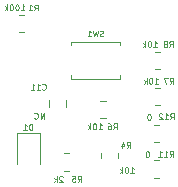
<source format=gbr>
%TF.GenerationSoftware,KiCad,Pcbnew,(6.0.11)*%
%TF.CreationDate,2023-10-05T10:27:59-03:00*%
%TF.ProjectId,gerenciador_de_bateria_2.0,67657265-6e63-4696-9164-6f725f64655f,rev?*%
%TF.SameCoordinates,Original*%
%TF.FileFunction,Legend,Bot*%
%TF.FilePolarity,Positive*%
%FSLAX46Y46*%
G04 Gerber Fmt 4.6, Leading zero omitted, Abs format (unit mm)*
G04 Created by KiCad (PCBNEW (6.0.11)) date 2023-10-05 10:27:59*
%MOMM*%
%LPD*%
G01*
G04 APERTURE LIST*
%ADD10C,0.100000*%
%ADD11C,0.120000*%
G04 APERTURE END LIST*
D10*
%TO.C,R1*%
X117893333Y-115906190D02*
X118060000Y-115668095D01*
X118179047Y-115906190D02*
X118179047Y-115406190D01*
X117988571Y-115406190D01*
X117940952Y-115430000D01*
X117917142Y-115453809D01*
X117893333Y-115501428D01*
X117893333Y-115572857D01*
X117917142Y-115620476D01*
X117940952Y-115644285D01*
X117988571Y-115668095D01*
X118179047Y-115668095D01*
X117417142Y-115906190D02*
X117702857Y-115906190D01*
X117560000Y-115906190D02*
X117560000Y-115406190D01*
X117607619Y-115477619D01*
X117655238Y-115525238D01*
X117702857Y-115549047D01*
X116750814Y-115894990D02*
X117036528Y-115894990D01*
X116893671Y-115894990D02*
X116893671Y-115394990D01*
X116941290Y-115466419D01*
X116988909Y-115514038D01*
X117036528Y-115537847D01*
X116441290Y-115394990D02*
X116393671Y-115394990D01*
X116346052Y-115418800D01*
X116322242Y-115442609D01*
X116298433Y-115490228D01*
X116274623Y-115585466D01*
X116274623Y-115704514D01*
X116298433Y-115799752D01*
X116322242Y-115847371D01*
X116346052Y-115871180D01*
X116393671Y-115894990D01*
X116441290Y-115894990D01*
X116488909Y-115871180D01*
X116512719Y-115847371D01*
X116536528Y-115799752D01*
X116560338Y-115704514D01*
X116560338Y-115585466D01*
X116536528Y-115490228D01*
X116512719Y-115442609D01*
X116488909Y-115418800D01*
X116441290Y-115394990D01*
X115965100Y-115394990D02*
X115917480Y-115394990D01*
X115869861Y-115418800D01*
X115846052Y-115442609D01*
X115822242Y-115490228D01*
X115798433Y-115585466D01*
X115798433Y-115704514D01*
X115822242Y-115799752D01*
X115846052Y-115847371D01*
X115869861Y-115871180D01*
X115917480Y-115894990D01*
X115965100Y-115894990D01*
X116012719Y-115871180D01*
X116036528Y-115847371D01*
X116060338Y-115799752D01*
X116084147Y-115704514D01*
X116084147Y-115585466D01*
X116060338Y-115490228D01*
X116036528Y-115442609D01*
X116012719Y-115418800D01*
X115965100Y-115394990D01*
X115584147Y-115894990D02*
X115584147Y-115394990D01*
X115536528Y-115704514D02*
X115393671Y-115894990D01*
X115393671Y-115561657D02*
X115584147Y-115752133D01*
%TO.C,R7*%
X129353333Y-122106190D02*
X129520000Y-121868095D01*
X129639047Y-122106190D02*
X129639047Y-121606190D01*
X129448571Y-121606190D01*
X129400952Y-121630000D01*
X129377142Y-121653809D01*
X129353333Y-121701428D01*
X129353333Y-121772857D01*
X129377142Y-121820476D01*
X129400952Y-121844285D01*
X129448571Y-121868095D01*
X129639047Y-121868095D01*
X129186666Y-121606190D02*
X128853333Y-121606190D01*
X129067619Y-122106190D01*
X128077619Y-122106190D02*
X128363333Y-122106190D01*
X128220476Y-122106190D02*
X128220476Y-121606190D01*
X128268095Y-121677619D01*
X128315714Y-121725238D01*
X128363333Y-121749047D01*
X127768095Y-121606190D02*
X127720476Y-121606190D01*
X127672857Y-121630000D01*
X127649047Y-121653809D01*
X127625238Y-121701428D01*
X127601428Y-121796666D01*
X127601428Y-121915714D01*
X127625238Y-122010952D01*
X127649047Y-122058571D01*
X127672857Y-122082380D01*
X127720476Y-122106190D01*
X127768095Y-122106190D01*
X127815714Y-122082380D01*
X127839523Y-122058571D01*
X127863333Y-122010952D01*
X127887142Y-121915714D01*
X127887142Y-121796666D01*
X127863333Y-121701428D01*
X127839523Y-121653809D01*
X127815714Y-121630000D01*
X127768095Y-121606190D01*
X127387142Y-122106190D02*
X127387142Y-121606190D01*
X127339523Y-121915714D02*
X127196666Y-122106190D01*
X127196666Y-121772857D02*
X127387142Y-121963333D01*
%TO.C,R12*%
X129391428Y-125126190D02*
X129558095Y-124888095D01*
X129677142Y-125126190D02*
X129677142Y-124626190D01*
X129486666Y-124626190D01*
X129439047Y-124650000D01*
X129415238Y-124673809D01*
X129391428Y-124721428D01*
X129391428Y-124792857D01*
X129415238Y-124840476D01*
X129439047Y-124864285D01*
X129486666Y-124888095D01*
X129677142Y-124888095D01*
X128915238Y-125126190D02*
X129200952Y-125126190D01*
X129058095Y-125126190D02*
X129058095Y-124626190D01*
X129105714Y-124697619D01*
X129153333Y-124745238D01*
X129200952Y-124769047D01*
X128724761Y-124673809D02*
X128700952Y-124650000D01*
X128653333Y-124626190D01*
X128534285Y-124626190D01*
X128486666Y-124650000D01*
X128462857Y-124673809D01*
X128439047Y-124721428D01*
X128439047Y-124769047D01*
X128462857Y-124840476D01*
X128748571Y-125126190D01*
X128439047Y-125126190D01*
X127576190Y-125173809D02*
X127623809Y-125173809D01*
X127671428Y-125150000D01*
X127695238Y-125126190D01*
X127719047Y-125078571D01*
X127742857Y-124983333D01*
X127742857Y-124864285D01*
X127719047Y-124769047D01*
X127695238Y-124721428D01*
X127671428Y-124697619D01*
X127623809Y-124673809D01*
X127576190Y-124673809D01*
X127528571Y-124697619D01*
X127504761Y-124721428D01*
X127480952Y-124769047D01*
X127457142Y-124864285D01*
X127457142Y-124983333D01*
X127480952Y-125078571D01*
X127504761Y-125126190D01*
X127528571Y-125150000D01*
X127576190Y-125173809D01*
%TO.C,R5*%
X121563333Y-130426190D02*
X121730000Y-130188095D01*
X121849047Y-130426190D02*
X121849047Y-129926190D01*
X121658571Y-129926190D01*
X121610952Y-129950000D01*
X121587142Y-129973809D01*
X121563333Y-130021428D01*
X121563333Y-130092857D01*
X121587142Y-130140476D01*
X121610952Y-130164285D01*
X121658571Y-130188095D01*
X121849047Y-130188095D01*
X121110952Y-129926190D02*
X121349047Y-129926190D01*
X121372857Y-130164285D01*
X121349047Y-130140476D01*
X121301428Y-130116666D01*
X121182380Y-130116666D01*
X121134761Y-130140476D01*
X121110952Y-130164285D01*
X121087142Y-130211904D01*
X121087142Y-130330952D01*
X121110952Y-130378571D01*
X121134761Y-130402380D01*
X121182380Y-130426190D01*
X121301428Y-130426190D01*
X121349047Y-130402380D01*
X121372857Y-130378571D01*
X120275238Y-129973809D02*
X120251428Y-129950000D01*
X120203809Y-129926190D01*
X120084761Y-129926190D01*
X120037142Y-129950000D01*
X120013333Y-129973809D01*
X119989523Y-130021428D01*
X119989523Y-130069047D01*
X120013333Y-130140476D01*
X120299047Y-130426190D01*
X119989523Y-130426190D01*
X119775238Y-130426190D02*
X119775238Y-129926190D01*
X119727619Y-130235714D02*
X119584761Y-130426190D01*
X119584761Y-130092857D02*
X119775238Y-130283333D01*
%TO.C,R4*%
X125703333Y-127536190D02*
X125870000Y-127298095D01*
X125989047Y-127536190D02*
X125989047Y-127036190D01*
X125798571Y-127036190D01*
X125750952Y-127060000D01*
X125727142Y-127083809D01*
X125703333Y-127131428D01*
X125703333Y-127202857D01*
X125727142Y-127250476D01*
X125750952Y-127274285D01*
X125798571Y-127298095D01*
X125989047Y-127298095D01*
X125274761Y-127202857D02*
X125274761Y-127536190D01*
X125393809Y-127012380D02*
X125512857Y-127369523D01*
X125203333Y-127369523D01*
X126027619Y-129666190D02*
X126313333Y-129666190D01*
X126170476Y-129666190D02*
X126170476Y-129166190D01*
X126218095Y-129237619D01*
X126265714Y-129285238D01*
X126313333Y-129309047D01*
X125718095Y-129166190D02*
X125670476Y-129166190D01*
X125622857Y-129190000D01*
X125599047Y-129213809D01*
X125575238Y-129261428D01*
X125551428Y-129356666D01*
X125551428Y-129475714D01*
X125575238Y-129570952D01*
X125599047Y-129618571D01*
X125622857Y-129642380D01*
X125670476Y-129666190D01*
X125718095Y-129666190D01*
X125765714Y-129642380D01*
X125789523Y-129618571D01*
X125813333Y-129570952D01*
X125837142Y-129475714D01*
X125837142Y-129356666D01*
X125813333Y-129261428D01*
X125789523Y-129213809D01*
X125765714Y-129190000D01*
X125718095Y-129166190D01*
X125337142Y-129666190D02*
X125337142Y-129166190D01*
X125289523Y-129475714D02*
X125146666Y-129666190D01*
X125146666Y-129332857D02*
X125337142Y-129523333D01*
%TO.C,R6*%
X124571733Y-125975390D02*
X124738400Y-125737295D01*
X124857447Y-125975390D02*
X124857447Y-125475390D01*
X124666971Y-125475390D01*
X124619352Y-125499200D01*
X124595542Y-125523009D01*
X124571733Y-125570628D01*
X124571733Y-125642057D01*
X124595542Y-125689676D01*
X124619352Y-125713485D01*
X124666971Y-125737295D01*
X124857447Y-125737295D01*
X124143161Y-125475390D02*
X124238400Y-125475390D01*
X124286019Y-125499200D01*
X124309828Y-125523009D01*
X124357447Y-125594438D01*
X124381257Y-125689676D01*
X124381257Y-125880152D01*
X124357447Y-125927771D01*
X124333638Y-125951580D01*
X124286019Y-125975390D01*
X124190780Y-125975390D01*
X124143161Y-125951580D01*
X124119352Y-125927771D01*
X124095542Y-125880152D01*
X124095542Y-125761104D01*
X124119352Y-125713485D01*
X124143161Y-125689676D01*
X124190780Y-125665866D01*
X124286019Y-125665866D01*
X124333638Y-125689676D01*
X124357447Y-125713485D01*
X124381257Y-125761104D01*
X123326019Y-125975390D02*
X123611733Y-125975390D01*
X123468876Y-125975390D02*
X123468876Y-125475390D01*
X123516495Y-125546819D01*
X123564114Y-125594438D01*
X123611733Y-125618247D01*
X123016495Y-125475390D02*
X122968876Y-125475390D01*
X122921257Y-125499200D01*
X122897447Y-125523009D01*
X122873638Y-125570628D01*
X122849828Y-125665866D01*
X122849828Y-125784914D01*
X122873638Y-125880152D01*
X122897447Y-125927771D01*
X122921257Y-125951580D01*
X122968876Y-125975390D01*
X123016495Y-125975390D01*
X123064114Y-125951580D01*
X123087923Y-125927771D01*
X123111733Y-125880152D01*
X123135542Y-125784914D01*
X123135542Y-125665866D01*
X123111733Y-125570628D01*
X123087923Y-125523009D01*
X123064114Y-125499200D01*
X123016495Y-125475390D01*
X122635542Y-125975390D02*
X122635542Y-125475390D01*
X122587923Y-125784914D02*
X122445066Y-125975390D01*
X122445066Y-125642057D02*
X122635542Y-125832533D01*
%TO.C,C11*%
X118551428Y-122568571D02*
X118575238Y-122592380D01*
X118646666Y-122616190D01*
X118694285Y-122616190D01*
X118765714Y-122592380D01*
X118813333Y-122544761D01*
X118837142Y-122497142D01*
X118860952Y-122401904D01*
X118860952Y-122330476D01*
X118837142Y-122235238D01*
X118813333Y-122187619D01*
X118765714Y-122140000D01*
X118694285Y-122116190D01*
X118646666Y-122116190D01*
X118575238Y-122140000D01*
X118551428Y-122163809D01*
X118075238Y-122616190D02*
X118360952Y-122616190D01*
X118218095Y-122616190D02*
X118218095Y-122116190D01*
X118265714Y-122187619D01*
X118313333Y-122235238D01*
X118360952Y-122259047D01*
X117599047Y-122616190D02*
X117884761Y-122616190D01*
X117741904Y-122616190D02*
X117741904Y-122116190D01*
X117789523Y-122187619D01*
X117837142Y-122235238D01*
X117884761Y-122259047D01*
X118702857Y-125076190D02*
X118702857Y-124576190D01*
X118417142Y-125076190D01*
X118417142Y-124576190D01*
X117893333Y-125028571D02*
X117917142Y-125052380D01*
X117988571Y-125076190D01*
X118036190Y-125076190D01*
X118107619Y-125052380D01*
X118155238Y-125004761D01*
X118179047Y-124957142D01*
X118202857Y-124861904D01*
X118202857Y-124790476D01*
X118179047Y-124695238D01*
X118155238Y-124647619D01*
X118107619Y-124600000D01*
X118036190Y-124576190D01*
X117988571Y-124576190D01*
X117917142Y-124600000D01*
X117893333Y-124623809D01*
%TO.C,R8*%
X129323333Y-119006190D02*
X129490000Y-118768095D01*
X129609047Y-119006190D02*
X129609047Y-118506190D01*
X129418571Y-118506190D01*
X129370952Y-118530000D01*
X129347142Y-118553809D01*
X129323333Y-118601428D01*
X129323333Y-118672857D01*
X129347142Y-118720476D01*
X129370952Y-118744285D01*
X129418571Y-118768095D01*
X129609047Y-118768095D01*
X129037619Y-118720476D02*
X129085238Y-118696666D01*
X129109047Y-118672857D01*
X129132857Y-118625238D01*
X129132857Y-118601428D01*
X129109047Y-118553809D01*
X129085238Y-118530000D01*
X129037619Y-118506190D01*
X128942380Y-118506190D01*
X128894761Y-118530000D01*
X128870952Y-118553809D01*
X128847142Y-118601428D01*
X128847142Y-118625238D01*
X128870952Y-118672857D01*
X128894761Y-118696666D01*
X128942380Y-118720476D01*
X129037619Y-118720476D01*
X129085238Y-118744285D01*
X129109047Y-118768095D01*
X129132857Y-118815714D01*
X129132857Y-118910952D01*
X129109047Y-118958571D01*
X129085238Y-118982380D01*
X129037619Y-119006190D01*
X128942380Y-119006190D01*
X128894761Y-118982380D01*
X128870952Y-118958571D01*
X128847142Y-118910952D01*
X128847142Y-118815714D01*
X128870952Y-118768095D01*
X128894761Y-118744285D01*
X128942380Y-118720476D01*
X127967619Y-119006190D02*
X128253333Y-119006190D01*
X128110476Y-119006190D02*
X128110476Y-118506190D01*
X128158095Y-118577619D01*
X128205714Y-118625238D01*
X128253333Y-118649047D01*
X127658095Y-118506190D02*
X127610476Y-118506190D01*
X127562857Y-118530000D01*
X127539047Y-118553809D01*
X127515238Y-118601428D01*
X127491428Y-118696666D01*
X127491428Y-118815714D01*
X127515238Y-118910952D01*
X127539047Y-118958571D01*
X127562857Y-118982380D01*
X127610476Y-119006190D01*
X127658095Y-119006190D01*
X127705714Y-118982380D01*
X127729523Y-118958571D01*
X127753333Y-118910952D01*
X127777142Y-118815714D01*
X127777142Y-118696666D01*
X127753333Y-118601428D01*
X127729523Y-118553809D01*
X127705714Y-118530000D01*
X127658095Y-118506190D01*
X127277142Y-119006190D02*
X127277142Y-118506190D01*
X127229523Y-118815714D02*
X127086666Y-119006190D01*
X127086666Y-118672857D02*
X127277142Y-118863333D01*
%TO.C,SW1*%
X123736666Y-118082380D02*
X123665238Y-118106190D01*
X123546190Y-118106190D01*
X123498571Y-118082380D01*
X123474761Y-118058571D01*
X123450952Y-118010952D01*
X123450952Y-117963333D01*
X123474761Y-117915714D01*
X123498571Y-117891904D01*
X123546190Y-117868095D01*
X123641428Y-117844285D01*
X123689047Y-117820476D01*
X123712857Y-117796666D01*
X123736666Y-117749047D01*
X123736666Y-117701428D01*
X123712857Y-117653809D01*
X123689047Y-117630000D01*
X123641428Y-117606190D01*
X123522380Y-117606190D01*
X123450952Y-117630000D01*
X123284285Y-117606190D02*
X123165238Y-118106190D01*
X123070000Y-117749047D01*
X122974761Y-118106190D01*
X122855714Y-117606190D01*
X122403333Y-118106190D02*
X122689047Y-118106190D01*
X122546190Y-118106190D02*
X122546190Y-117606190D01*
X122593809Y-117677619D01*
X122641428Y-117725238D01*
X122689047Y-117749047D01*
%TO.C,R11*%
X129351428Y-128286190D02*
X129518095Y-128048095D01*
X129637142Y-128286190D02*
X129637142Y-127786190D01*
X129446666Y-127786190D01*
X129399047Y-127810000D01*
X129375238Y-127833809D01*
X129351428Y-127881428D01*
X129351428Y-127952857D01*
X129375238Y-128000476D01*
X129399047Y-128024285D01*
X129446666Y-128048095D01*
X129637142Y-128048095D01*
X128875238Y-128286190D02*
X129160952Y-128286190D01*
X129018095Y-128286190D02*
X129018095Y-127786190D01*
X129065714Y-127857619D01*
X129113333Y-127905238D01*
X129160952Y-127929047D01*
X128399047Y-128286190D02*
X128684761Y-128286190D01*
X128541904Y-128286190D02*
X128541904Y-127786190D01*
X128589523Y-127857619D01*
X128637142Y-127905238D01*
X128684761Y-127929047D01*
X127426190Y-128333809D02*
X127473809Y-128333809D01*
X127521428Y-128310000D01*
X127545238Y-128286190D01*
X127569047Y-128238571D01*
X127592857Y-128143333D01*
X127592857Y-128024285D01*
X127569047Y-127929047D01*
X127545238Y-127881428D01*
X127521428Y-127857619D01*
X127473809Y-127833809D01*
X127426190Y-127833809D01*
X127378571Y-127857619D01*
X127354761Y-127881428D01*
X127330952Y-127929047D01*
X127307142Y-128024285D01*
X127307142Y-128143333D01*
X127330952Y-128238571D01*
X127354761Y-128286190D01*
X127378571Y-128310000D01*
X127426190Y-128333809D01*
%TO.C,D1*%
X117734647Y-126021790D02*
X117734647Y-125521790D01*
X117615600Y-125521790D01*
X117544171Y-125545600D01*
X117496552Y-125593219D01*
X117472742Y-125640838D01*
X117448933Y-125736076D01*
X117448933Y-125807504D01*
X117472742Y-125902742D01*
X117496552Y-125950361D01*
X117544171Y-125997980D01*
X117615600Y-126021790D01*
X117734647Y-126021790D01*
X116972742Y-126021790D02*
X117258457Y-126021790D01*
X117115600Y-126021790D02*
X117115600Y-125521790D01*
X117163219Y-125593219D01*
X117210838Y-125640838D01*
X117258457Y-125664647D01*
D11*
%TO.C,R1*%
X117014564Y-117725000D02*
X116560436Y-117725000D01*
X117014564Y-116255000D02*
X116560436Y-116255000D01*
%TO.C,R7*%
X128112936Y-123945000D02*
X128567064Y-123945000D01*
X128112936Y-122475000D02*
X128567064Y-122475000D01*
%TO.C,R12*%
X128487064Y-127045000D02*
X128032936Y-127045000D01*
X128487064Y-125575000D02*
X128032936Y-125575000D01*
%TO.C,R5*%
X120372136Y-127992200D02*
X120826264Y-127992200D01*
X120372136Y-129462200D02*
X120826264Y-129462200D01*
%TO.C,R4*%
X124991800Y-127941336D02*
X124991800Y-128395464D01*
X123521800Y-127941336D02*
X123521800Y-128395464D01*
%TO.C,R6*%
X123472936Y-125025000D02*
X123927064Y-125025000D01*
X123472936Y-123555000D02*
X123927064Y-123555000D01*
%TO.C,C11*%
X119105000Y-123518748D02*
X119105000Y-124041252D01*
X120575000Y-123518748D02*
X120575000Y-124041252D01*
%TO.C,R8*%
X128567064Y-120875000D02*
X128112936Y-120875000D01*
X128567064Y-119405000D02*
X128112936Y-119405000D01*
%TO.C,SW1*%
X121000000Y-121400000D02*
X121000000Y-121700000D01*
X121000000Y-118560000D02*
X121000000Y-118860000D01*
X121000000Y-121700000D02*
X125140000Y-121700000D01*
X125140000Y-121700000D02*
X125140000Y-121400000D01*
X125140000Y-118560000D02*
X121000000Y-118560000D01*
X125140000Y-118860000D02*
X125140000Y-118560000D01*
%TO.C,R11*%
X128484564Y-130075000D02*
X128030436Y-130075000D01*
X128484564Y-128605000D02*
X128030436Y-128605000D01*
%TO.C,D1*%
X118340000Y-126265000D02*
X118340000Y-128950000D01*
X116420000Y-126265000D02*
X118340000Y-126265000D01*
X116420000Y-128950000D02*
X116420000Y-126265000D01*
%TD*%
M02*

</source>
